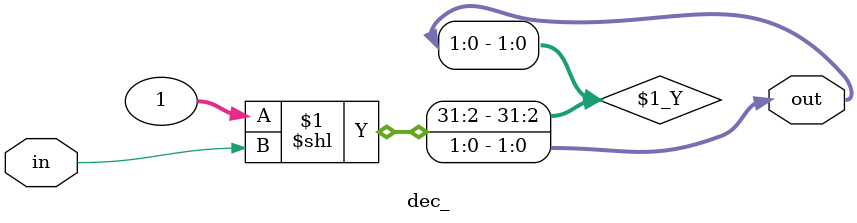
<source format=v>
`ifndef DEC_V
`define DEC_V

module dec_ #(
    parameter IN_WIDTH = 1,
    localparam OUT_WIDTH = 2**IN_WIDTH
) (
    input wire [IN_WIDTH-1:0] in,
    output wire [OUT_WIDTH-1:0] out
);
    assign out = 1 << in;
endmodule

`endif

</source>
